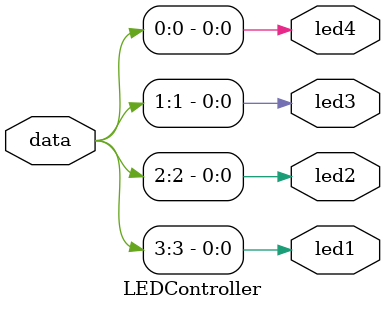
<source format=v>
`timescale 1ns / 1ps


module LEDController(
    input [31:0] data,
    output reg led1,led2,led3,led4
);

always @(*) begin
    led1 = data[3];
    led2 = data[2];
    led3 = data[1];
    led4 = data[0];
end

endmodule


</source>
